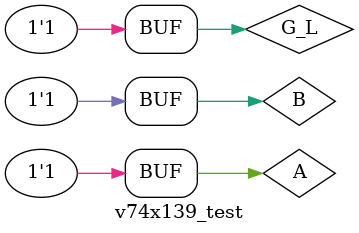
<source format=v>
`timescale 1ns / 1ps


module v74x139_test;

	// Inputs
	reg G_L;
	reg A;
	reg B;

	// Outputs
	wire [3:0] Y_L;

	// Instantiate the Unit Under Test (UUT)
	v74x139h_a uut (
		.G_L(G_L), 
		.A(A), 
		.B(B), 
		.Y_L(Y_L)
	);

	initial begin
		// Initialize Inputs
		G_L = 0;
		A = 0;
		B = 0;

		// Wait 100 ns for global reset to finish
		#100;
        
		// Add stimulus here
		G_L = 0;
		A = 1;
		B = 0;
		
		#100 G_L = 0; A = 0; B = 1;
		#100 G_L = 0; A = 1; B = 1;
		
		#100 G_L = 1; A = 0; B = 0;
		#100 G_L = 1; A = 0; B = 1;
		#100 G_L = 1; A = 1; B = 0;
		#100 G_L = 1; A = 1; B = 1;
		
	end
      
endmodule


</source>
